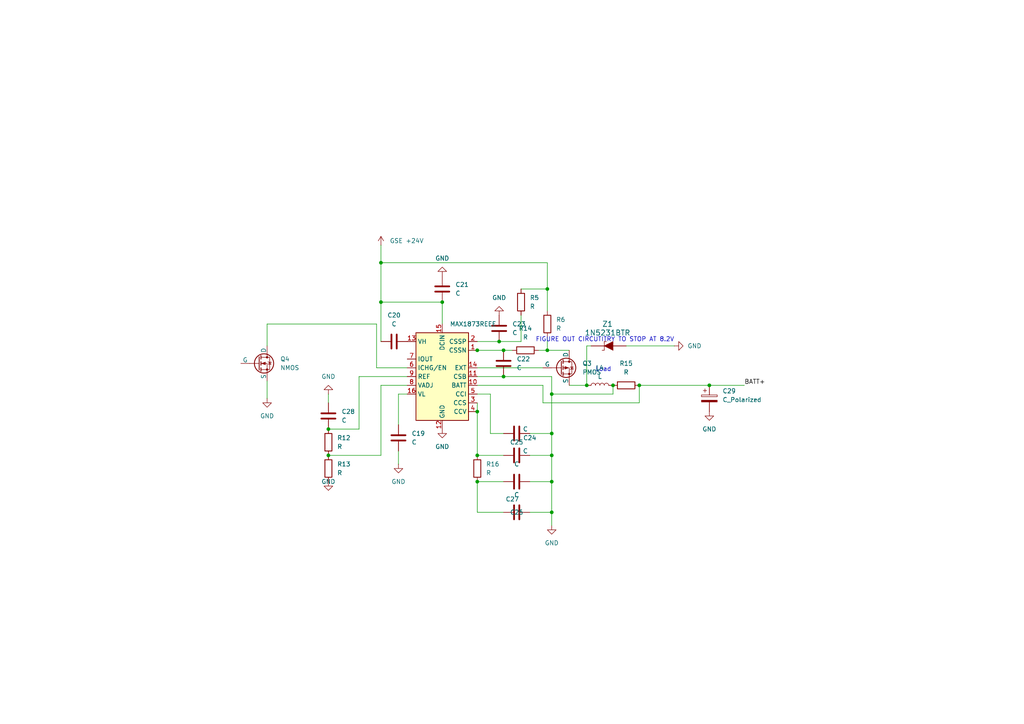
<source format=kicad_sch>
(kicad_sch (version 20231120) (generator "eeschema") (generator_version "8.0")
  (paper "A4")
  (title_block (title "QRET 23-25 SRAD Power Module") (date "2025-03-03") (rev "V2.0") (company "Queen's Rocket Engineering Team") (comment 1 "Contributors: Rajan Laird, Kennan Bays, Oak Campbell") (comment 4 "GRID = 0.635mm"))
  (lib_symbols
    (symbol "Battery_Management:MAX1873REEE"
      (property "Reference" "U" (at -6.096 13.97 0))
      (property "Value" "MAX1873REEE" (at 2.286 13.97 0))
      (symbol "MAX1873REEE_0_1"
        (rectangle (start -7.62 12.7) (end 7.62 -12.7) (stroke (width 0.254)) (fill (type background)))
      )
      (symbol "MAX1873REEE_1_1"
        (pin input line (at 10.16 7.62 180) (length 2.54) (name "CSSN") (number "1"))
        (pin input line (at 10.16 -2.54 180) (length 2.54) (name "BATT") (number "10"))
        (pin input line (at 10.16 0 180) (length 2.54) (name "CSB") (number "11"))
        (pin power_in line (at 0 -15.24 90) (length 2.54) (name "GND") (number "12"))
        (pin input line (at -10.16 10.16 0) (length 2.54) (name "VH") (number "13"))
        (pin output line (at 10.16 2.54 180) (length 2.54) (name "EXT") (number "14"))
        (pin power_in line (at 0 15.24 270) (length 2.54) (name "DCIN") (number "15"))
        (pin input line (at -10.16 -5.08 0) (length 2.54) (name "VL") (number "16"))
        (pin input line (at 10.16 10.16 180) (length 2.54) (name "CSSP") (number "2"))
        (pin input line (at 10.16 -7.62 180) (length 2.54) (name "CCS") (number "3"))
        (pin input line (at 10.16 -10.16 180) (length 2.54) (name "CCV") (number "4"))
        (pin input line (at 10.16 -5.08 180) (length 2.54) (name "CCI") (number "5"))
        (pin input line (at -10.16 2.54 0) (length 2.54) (name "ICHG/EN") (number "6"))
        (pin output line (at -10.16 5.08 0) (length 2.54) (name "IOUT") (number "7"))
        (pin input line (at -10.16 -2.54 0) (length 2.54) (name "VADJ") (number "8"))
        (pin output line (at -10.16 0 0) (length 2.54) (name "REF") (number "9"))
      )
    )
    (symbol "Device:C" (pin_numbers hide) (pin_names (offset 0.254))
      (property "Reference" "C" (at 0.635 2.54 0))
      (property "Value" "C" (at 0.635 -2.54 0))
      (symbol "C_0_1"
        (polyline (pts (xy -2.032 -0.762) (xy 2.032 -0.762)) (stroke (width 0.508)))
        (polyline (pts (xy -2.032 0.762) (xy 2.032 0.762)) (stroke (width 0.508)))
      )
      (symbol "C_1_1"
        (pin passive line (at 0 3.81 270) (length 2.794) (name "~") (number "1"))
        (pin passive line (at 0 -3.81 90) (length 2.794) (name "~") (number "2"))
      )
    )
    (symbol "Device:C_Polarized" (pin_numbers hide) (pin_names (offset 0.254))
      (property "Reference" "C" (at 0.635 2.54 0))
      (property "Value" "C_Polarized" (at 0.635 -2.54 0))
      (symbol "C_Polarized_0_1"
        (rectangle (start -2.286 0.508) (end 2.286 1.016))
        (polyline (pts (xy -1.778 2.286) (xy -0.762 2.286)))
        (polyline (pts (xy -1.27 2.794) (xy -1.27 1.778)))
        (rectangle (start 2.286 -0.508) (end -2.286 -1.016) (fill (type outline)))
      )
      (symbol "C_Polarized_1_1"
        (pin passive line (at 0 3.81 270) (length 2.794) (name "~") (number "1"))
        (pin passive line (at 0 -3.81 90) (length 2.794) (name "~") (number "2"))
      )
    )
    (symbol "Device:L" (pin_numbers hide) (pin_names (offset 1.016) hide)
      (property "Reference" "L" (at -1.27 0 90))
      (property "Value" "L" (at 1.905 0 90))
      (symbol "L_0_1"
        (arc (start 0 -2.54) (mid 0.6323 -1.905) (end 0 -1.27))
        (arc (start 0 -1.27) (mid 0.6323 -0.635) (end 0 0))
        (arc (start 0 0) (mid 0.6323 0.635) (end 0 1.27))
        (arc (start 0 1.27) (mid 0.6323 1.905) (end 0 2.54))
      )
      (symbol "L_1_1"
        (pin passive line (at 0 3.81 270) (length 1.27) (name "1") (number "1"))
        (pin passive line (at 0 -3.81 90) (length 1.27) (name "2") (number "2"))
      )
    )
    (symbol "Device:R" (pin_numbers hide) (pin_names (offset 0))
      (property "Reference" "R" (at 2.032 0 90))
      (property "Value" "R" (at 0 0 90))
      (symbol "R_0_1"
        (rectangle (start -1.016 -2.54) (end 1.016 2.54) (stroke (width 0.254)))
      )
      (symbol "R_1_1"
        (pin passive line (at 0 3.81 270) (length 1.27) (name "~") (number "1"))
        (pin passive line (at 0 -3.81 90) (length 1.27) (name "~") (number "2"))
      )
    )
    (symbol "GND_1" (power) (pin_numbers hide) (pin_names (offset 0) hide)
      (property "Value" "GND" (at 0 -3.81 0))
      (symbol "GND_1_0_1"
        (polyline (pts (xy 0 0) (xy 0 -1.27) (xy 1.27 -1.27) (xy 0 -2.54) (xy -1.27 -1.27) (xy 0 -1.27)))
      )
      (symbol "GND_1_1_1"
        (pin power_in line (at 0 0 270) (length 0) (name "~") (number "1"))
      )
    )
    (symbol "GND_2" (power) (pin_numbers hide) (pin_names (offset 0) hide)
      (property "Value" "GND" (at 0 -3.81 0))
      (symbol "GND_2_0_1"
        (polyline (pts (xy 0 0) (xy 0 -1.27) (xy 1.27 -1.27) (xy 0 -2.54) (xy -1.27 -1.27) (xy 0 -1.27)))
      )
      (symbol "GND_2_1_1"
        (pin power_in line (at 0 0 270) (length 0) (name "~") (number "1"))
      )
    )
    (symbol "Simulation_SPICE:NMOS" (pin_numbers hide) (pin_names (offset 0))
      (property "Reference" "Q" (at 5.08 1.27 0))
      (property "Value" "NMOS" (at 5.08 -1.27 0))
      (symbol "NMOS_0_1"
        (polyline (pts (xy 0.254 0) (xy -2.54 0)))
        (polyline (pts (xy 0.254 1.905) (xy 0.254 -1.905)) (stroke (width 0.254)))
        (polyline (pts (xy 0.762 -1.27) (xy 0.762 -2.286)) (stroke (width 0.254)))
        (polyline (pts (xy 0.762 0.508) (xy 0.762 -0.508)) (stroke (width 0.254)))
        (polyline (pts (xy 0.762 2.286) (xy 0.762 1.27)) (stroke (width 0.254)))
        (polyline (pts (xy 2.54 2.54) (xy 2.54 1.778)))
        (polyline (pts (xy 2.54 -2.54) (xy 2.54 0) (xy 0.762 0)))
        (polyline (pts (xy 0.762 -1.778) (xy 3.302 -1.778) (xy 3.302 1.778) (xy 0.762 1.778)))
        (polyline (pts (xy 1.016 0) (xy 2.032 0.381) (xy 2.032 -0.381) (xy 1.016 0)) (fill (type outline)))
        (polyline (pts (xy 2.794 0.508) (xy 2.921 0.381) (xy 3.683 0.381) (xy 3.81 0.254)))
        (polyline (pts (xy 3.302 0.381) (xy 2.921 -0.254) (xy 3.683 -0.254) (xy 3.302 0.381)))
        (circle (center 1.651 0) (radius 2.794) (stroke (width 0.254)))
        (circle (center 2.54 -1.778) (radius 0.254) (fill (type outline)))
        (circle (center 2.54 1.778) (radius 0.254) (fill (type outline)))
      )
      (symbol "NMOS_1_1"
        (pin passive line (at 2.54 5.08 270) (length 2.54) (name "D") (number "1"))
        (pin input line (at -5.08 0 0) (length 2.54) (name "G") (number "2"))
        (pin passive line (at 2.54 -5.08 90) (length 2.54) (name "S") (number "3"))
      )
    )
    (symbol "Simulation_SPICE:PMOS" (pin_numbers hide) (pin_names (offset 0))
      (property "Reference" "Q" (at 5.08 1.27 0))
      (property "Value" "PMOS" (at 5.08 -1.27 0))
      (symbol "PMOS_0_1"
        (polyline (pts (xy 0.254 0) (xy -2.54 0)))
        (polyline (pts (xy 0.254 1.905) (xy 0.254 -1.905)) (stroke (width 0.254)))
        (polyline (pts (xy 0.762 -1.27) (xy 0.762 -2.286)) (stroke (width 0.254)))
        (polyline (pts (xy 0.762 0.508) (xy 0.762 -0.508)) (stroke (width 0.254)))
        (polyline (pts (xy 0.762 2.286) (xy 0.762 1.27)) (stroke (width 0.254)))
        (polyline (pts (xy 2.54 2.54) (xy 2.54 1.778)))
        (polyline (pts (xy 2.54 -2.54) (xy 2.54 0) (xy 0.762 0)))
        (polyline (pts (xy 0.762 1.778) (xy 3.302 1.778) (xy 3.302 -1.778) (xy 0.762 -1.778)))
        (polyline (pts (xy 2.286 0) (xy 1.27 0.381) (xy 1.27 -0.381) (xy 2.286 0)) (fill (type outline)))
        (polyline (pts (xy 2.794 -0.508) (xy 2.921 -0.381) (xy 3.683 -0.381) (xy 3.81 -0.254)))
        (polyline (pts (xy 3.302 -0.381) (xy 2.921 0.254) (xy 3.683 0.254) (xy 3.302 -0.381)))
        (circle (center 1.651 0) (radius 2.794) (stroke (width 0.254)))
        (circle (center 2.54 -1.778) (radius 0.254) (fill (type outline)))
        (circle (center 2.54 1.778) (radius 0.254) (fill (type outline)))
      )
      (symbol "PMOS_1_1"
        (pin passive line (at 2.54 5.08 270) (length 2.54) (name "D") (number "1"))
        (pin input line (at -5.08 0 0) (length 2.54) (name "G") (number "2"))
        (pin passive line (at 2.54 -5.08 90) (length 2.54) (name "S") (number "3"))
      )
    )
    (symbol "dk_Diodes-Zener-Single:1N5231BTR" (pin_numbers hide) (pin_names (offset 0) hide)
      (property "Reference" "Z" (at 0 2.54 0))
      (property "Value" "1N5231BTR" (at 0 -2.54 0))
      (symbol "1N5231BTR_0_1"
        (polyline (pts (xy 1.27 -1.27) (xy 0.635 -1.27)))
        (polyline (pts (xy 1.27 1.27) (xy 1.27 -1.27)))
        (polyline (pts (xy 1.27 1.27) (xy 1.905 1.27)))
        (polyline (pts (xy -1.27 1.27) (xy -1.27 -1.27) (xy 1.27 0) (xy -1.27 1.27)) (fill (type outline)))
      )
      (symbol "1N5231BTR_1_1"
        (pin passive line (at -5.08 0 0) (length 3.81) (name "~") (number "A"))
        (pin passive line (at 5.08 0 180) (length 3.81) (name "~") (number "K"))
      )
    )
    (symbol "power:+28V" (power) (pin_numbers hide) (pin_names (offset 0) hide)
      (property "Value" "+28V" (at 0 3.556 0))
      (symbol "+28V_0_1"
        (polyline (pts (xy -0.762 1.27) (xy 0 2.54)))
        (polyline (pts (xy 0 0) (xy 0 2.54)))
        (polyline (pts (xy 0 2.54) (xy 0.762 1.27)))
      )
      (symbol "+28V_1_1"
        (pin power_in line (at 0 0 90) (length 0) (name "~") (number "1"))
      )
    )
  )
  (junction (at 146.05 101.6))
  (junction (at 158.75 101.6))
  (junction (at 160.02 139.7))
  (junction (at 160.02 148.59))
  (junction (at 144.78 99.06))
  (junction (at 205.74 111.76))
  (junction (at 185.42 111.76))
  (junction (at 160.02 114.3))
  (junction (at 110.49 76.2))
  (junction (at 110.49 87.63))
  (junction (at 95.25 124.46))
  (junction (at 138.43 119.38))
  (junction (at 138.43 139.7))
  (junction (at 138.43 101.6))
  (junction (at 177.8 111.76))
  (junction (at 160.02 132.08))
  (junction (at 138.43 132.08))
  (junction (at 146.05 109.22))
  (junction (at 158.75 83.82))
  (junction (at 160.02 125.73))
  (junction (at 95.25 132.08))
  (junction (at 128.27 87.63))
  (junction (at 170.18 111.76))
  (wire (pts (xy 110.49 76.2) (xy 158.75 76.2)))
  (wire (pts (xy 160.02 139.7) (xy 160.02 132.08)))
  (wire (pts (xy 205.74 111.76) (xy 215.9 111.76)))
  (wire (pts (xy 146.05 109.22) (xy 160.02 109.22)))
  (wire (pts (xy 95.25 116.84) (xy 95.25 114.3)))
  (wire (pts (xy 146.05 125.73) (xy 142.24 125.73)))
  (wire (pts (xy 77.47 93.98) (xy 109.22 93.98)))
  (wire (pts (xy 118.11 111.76) (xy 110.49 111.76)))
  (wire (pts (xy 115.57 130.81) (xy 115.57 134.62)))
  (wire (pts (xy 138.43 106.68) (xy 157.48 106.68)))
  (wire (pts (xy 165.1 111.76) (xy 170.18 111.76)))
  (wire (pts (xy 158.75 97.79) (xy 158.75 101.6)))
  (wire (pts (xy 185.42 116.84) (xy 185.42 111.76)))
  (wire (pts (xy 185.42 111.76) (xy 205.74 111.76)))
  (wire (pts (xy 104.14 124.46) (xy 104.14 109.22)))
  (wire (pts (xy 138.43 101.6) (xy 146.05 101.6)))
  (wire (pts (xy 156.21 101.6) (xy 158.75 101.6)))
  (wire (pts (xy 77.47 110.49) (xy 77.47 115.57)))
  (wire (pts (xy 77.47 93.98) (xy 77.47 100.33)))
  (wire (pts (xy 195.58 100.33) (xy 181.61 100.33)))
  (wire (pts (xy 158.75 101.6) (xy 165.1 101.6)))
  (wire (pts (xy 146.05 101.6) (xy 148.59 101.6)))
  (wire (pts (xy 138.43 99.06) (xy 144.78 99.06)))
  (wire (pts (xy 138.43 119.38) (xy 138.43 132.08)))
  (wire (pts (xy 146.05 139.7) (xy 138.43 139.7)))
  (wire (pts (xy 170.18 100.33) (xy 170.18 111.76)))
  (wire (pts (xy 110.49 76.2) (xy 110.49 87.63)))
  (wire (pts (xy 110.49 87.63) (xy 110.49 99.06)))
  (wire (pts (xy 160.02 109.22) (xy 160.02 114.3)))
  (wire (pts (xy 153.67 139.7) (xy 160.02 139.7)))
  (wire (pts (xy 157.48 111.76) (xy 157.48 116.84)))
  (wire (pts (xy 160.02 148.59) (xy 160.02 152.4)))
  (wire (pts (xy 160.02 148.59) (xy 160.02 139.7)))
  (wire (pts (xy 151.13 99.06) (xy 144.78 99.06)))
  (wire (pts (xy 142.24 114.3) (xy 138.43 114.3)))
  (wire (pts (xy 110.49 71.12) (xy 110.49 76.2)))
  (wire (pts (xy 109.22 106.68) (xy 109.22 93.98)))
  (wire (pts (xy 138.43 109.22) (xy 146.05 109.22)))
  (wire (pts (xy 160.02 125.73) (xy 153.67 125.73)))
  (wire (pts (xy 153.67 148.59) (xy 160.02 148.59)))
  (wire (pts (xy 128.27 87.63) (xy 128.27 93.98)))
  (wire (pts (xy 157.48 116.84) (xy 185.42 116.84)))
  (wire (pts (xy 138.43 116.84) (xy 138.43 119.38)))
  (wire (pts (xy 160.02 114.3) (xy 160.02 125.73)))
  (wire (pts (xy 138.43 148.59) (xy 146.05 148.59)))
  (wire (pts (xy 158.75 83.82) (xy 158.75 90.17)))
  (wire (pts (xy 142.24 125.73) (xy 142.24 114.3)))
  (wire (pts (xy 138.43 111.76) (xy 157.48 111.76)))
  (wire (pts (xy 95.25 124.46) (xy 104.14 124.46)))
  (wire (pts (xy 115.57 123.19) (xy 115.57 114.3)))
  (wire (pts (xy 118.11 106.68) (xy 109.22 106.68)))
  (wire (pts (xy 138.43 132.08) (xy 146.05 132.08)))
  (wire (pts (xy 138.43 139.7) (xy 138.43 148.59)))
  (wire (pts (xy 160.02 114.3) (xy 177.8 114.3)))
  (wire (pts (xy 171.45 100.33) (xy 170.18 100.33)))
  (wire (pts (xy 158.75 76.2) (xy 158.75 83.82)))
  (wire (pts (xy 110.49 111.76) (xy 110.49 132.08)))
  (wire (pts (xy 153.67 132.08) (xy 160.02 132.08)))
  (wire (pts (xy 135.89 101.6) (xy 138.43 101.6)))
  (wire (pts (xy 115.57 114.3) (xy 118.11 114.3)))
  (wire (pts (xy 95.25 132.08) (xy 110.49 132.08)))
  (wire (pts (xy 104.14 109.22) (xy 118.11 109.22)))
  (wire (pts (xy 160.02 125.73) (xy 160.02 132.08)))
  (wire (pts (xy 110.49 87.63) (xy 128.27 87.63)))
  (wire (pts (xy 177.8 114.3) (xy 177.8 111.76)))
  (wire (pts (xy 151.13 83.82) (xy 158.75 83.82)))
  (wire (pts (xy 151.13 91.44) (xy 151.13 99.06)))
  (text "Load\n" (at 175.006 107.188 0) (effects (font (size 1.27 1.27))))
  (text "FIGURE OUT CIRCUTITRY TO STOP AT 8.2V\n" (at 195.58 98.552 0) (effects (font (size 1.27 1.27)) (justify right)))
  (label "BATT+" (at 215.9 111.76 0))
  (symbol (lib_id "Simulation_SPICE:NMOS") (at 74.93 105.41 0) (unit 1)
    (property "Reference" "Q4" (at 81.28 104.1399 0) (effects (justify left)))
    (property "Value" "NMOS" (at 81.28 106.6799 0) (effects (justify left)))
    (property "Datasheet" "https://ngspice.sourceforge.io/docs/ngspice-html-manual/manual.xhtml#cha_MOSFETs" (effects (hide yes)))
    (property "Description" "N-MOSFET transistor, drain/source/gate" (effects (hide yes)))
    (property "Sim.Device" "NMOS" (effects (hide yes)))
    (property "Sim.Type" "VDMOS" (effects (hide yes)))
    (property "Sim.Pins" "1=D 2=G 3=S" (effects (hide yes)))
  )
  (symbol (lib_name "GND_1") (lib_id "power:GND") (at 144.78 91.44 180) (unit 1)
    (property "Reference" "#PWR015" (effects (hide yes)))
    (property "Value" "GND" (at 144.78 86.36 0))
    (property "Description" "Power symbol creates a global label with name \"GND\" , ground" (effects (hide yes)))
  )
  (symbol (lib_name "GND_1") (lib_id "power:GND") (at 128.27 80.01 180) (unit 1)
    (property "Reference" "#PWR014" (effects (hide yes)))
    (property "Value" "GND" (at 128.27 74.93 0))
    (property "Description" "Power symbol creates a global label with name \"GND\" , ground" (effects (hide yes)))
  )
  (symbol (lib_id "Device:C") (at 95.25 120.65 0) (unit 1)
    (property "Reference" "C28" (at 99.06 119.3799 0) (effects (justify left)))
    (property "Value" "C" (at 99.06 121.9199 0) (effects (justify left)))
    (property "Description" "Unpolarized capacitor" (effects (hide yes)))
  )
  (symbol (lib_id "Device:C") (at 149.86 132.08 90) (unit 1)
    (property "Reference" "C25" (at 149.86 128.27 90))
    (property "Value" "C" (at 152.4 130.81 90))
    (property "Description" "Unpolarized capacitor" (effects (hide yes)))
  )
  (symbol (lib_id "dk_Diodes-Zener-Single:1N5231BTR") (at 176.53 100.33 180) (unit 1)
    (property "Reference" "Z1" (at 176.2125 93.98 0) (effects (font (size 1.524 1.524))))
    (property "Value" "1N5231BTR" (at 176.2125 96.52 0) (effects (font (size 1.524 1.524))))
    (property "Footprint" "digikey-footprints:DO-35" (effects (hide yes)))
    (property "Datasheet" "https://www.onsemi.com/pub/Collateral/1N5221B-D.PDF" (effects (hide yes)))
    (property "Description" "DIODE ZENER 5.1V 500MW DO35" (effects (hide yes)))
    (property "Digi-Key_PN" "1N5231BFSCT-ND" (effects (hide yes)))
    (property "MPN" "1N5231BTR" (effects (hide yes)))
    (property "Category" "Discrete Semiconductor Products" (effects (hide yes)))
    (property "Family" "Diodes - Zener - Single" (effects (hide yes)))
    (property "DK_Datasheet_Link" "https://www.onsemi.com/pub/Collateral/1N5221B-D.PDF" (effects (hide yes)))
    (property "DK_Detail_Page" "/product-detail/en/on-semiconductor/1N5231BTR/1N5231BFSCT-ND/1532765" (effects (hide yes)))
    (property "Description_1" "DIODE ZENER 5.1V 500MW DO35" (effects (hide yes)))
    (property "Manufacturer" "ON Semiconductor" (effects (hide yes)))
    (property "Status" "Active" (effects (hide yes)))
  )
  (symbol (lib_id "Device:R") (at 181.61 111.76 90) (unit 1)
    (property "Reference" "R15" (at 181.61 105.41 90))
    (property "Value" "R" (at 181.61 107.95 90))
    (property "Description" "Resistor" (effects (hide yes)))
  )
  (symbol (lib_id "Battery_Management:MAX1873REEE") (at 128.27 109.22 0) (unit 1)
    (property "Reference" "U4" (effects (hide yes)))
    (property "Value" "MAX1873REEE" (at 130.4641 93.98 0) (effects (justify left)))
    (property "Footprint" "Package_SO:QSOP-16_3.9x4.9mm_P0.635mm" (effects (hide yes)))
    (property "Datasheet" "https://datasheets.maximintegrated.com/en/ds/MAX1873.pdf" (effects (hide yes)))
    (property "Description" "Charger for 2 lithium-ion (Li+), 5/6 NickelCadium (NiCD) cells or 5/6 NickelMetalHydride (NiMH), 9 to 28V VDD, -40 to +85 degree Celsius, QSOP-16" (effects (hide yes)))
  )
  (symbol (lib_name "GND_1") (lib_id "power:GND") (at 95.25 139.7 0) (unit 1)
    (property "Reference" "#PWR025" (effects (hide yes)))
    (property "Value" "GND" (at 95.25 139.7 0))
    (property "Description" "Power symbol creates a global label with name \"GND\" , ground" (effects (hide yes)))
  )
  (symbol (lib_name "GND_1") (lib_id "power:GND") (at 115.57 134.62 0) (unit 1)
    (property "Reference" "#PWR013" (effects (hide yes)))
    (property "Value" "GND" (at 115.57 139.7 0))
    (property "Description" "Power symbol creates a global label with name \"GND\" , ground" (effects (hide yes)))
  )
  (symbol (lib_name "GND_1") (lib_id "power:GND") (at 160.02 152.4 0) (unit 1)
    (property "Reference" "#PWR028" (effects (hide yes)))
    (property "Value" "GND" (at 160.02 157.48 0))
    (property "Description" "Power symbol creates a global label with name \"GND\" , ground" (effects (hide yes)))
  )
  (symbol (lib_name "GND_2") (lib_id "power:GND") (at 195.58 100.33 90) (unit 1)
    (property "Reference" "#PWR022" (effects (hide yes)))
    (property "Value" "GND" (at 199.39 100.3299 90) (effects (justify right)))
    (property "Description" "Power symbol creates a global label with name \"GND\" , ground" (effects (hide yes)))
  )
  (symbol (lib_id "Device:L") (at 173.99 111.76 90) (unit 1)
    (property "Reference" "L4" (at 173.99 106.68 90))
    (property "Value" "L" (at 173.99 109.22 90))
    (property "Description" "Inductor" (effects (hide yes)))
  )
  (symbol (lib_id "Device:C") (at 149.86 148.59 90) (unit 1)
    (property "Reference" "C27" (at 148.59 144.78 90))
    (property "Value" "C" (at 149.86 143.51 90))
    (property "Description" "Unpolarized capacitor" (effects (hide yes)))
  )
  (symbol (lib_id "Device:R") (at 95.25 135.89 180) (unit 1)
    (property "Reference" "R13" (at 97.79 134.6199 0) (effects (justify right)))
    (property "Value" "R" (at 97.79 137.1599 0) (effects (justify right)))
    (property "Description" "Resistor" (effects (hide yes)))
  )
  (symbol (lib_id "Device:R") (at 151.13 87.63 180) (unit 1)
    (property "Reference" "R5" (at 153.67 86.3599 0) (effects (justify right)))
    (property "Value" "R" (at 153.67 88.8999 0) (effects (justify right)))
    (property "Description" "Resistor" (effects (hide yes)))
  )
  (symbol (lib_id "Device:C") (at 149.86 125.73 90) (unit 1)
    (property "Reference" "C24" (at 153.67 127 90))
    (property "Value" "C" (at 152.4 124.46 90))
    (property "Description" "Unpolarized capacitor" (effects (hide yes)))
  )
  (symbol (lib_id "Device:R") (at 158.75 93.98 0) (unit 1)
    (property "Reference" "R6" (at 161.29 92.7099 0) (effects (justify left)))
    (property "Value" "R" (at 161.29 95.2499 0) (effects (justify left)))
    (property "Description" "Resistor" (effects (hide yes)))
  )
  (symbol (lib_id "Device:C") (at 128.27 83.82 0) (unit 1)
    (property "Reference" "C21" (at 132.08 82.5499 0) (effects (justify left)))
    (property "Value" "C" (at 132.08 85.0899 0) (effects (justify left)))
    (property "Description" "Unpolarized capacitor" (effects (hide yes)))
  )
  (symbol (lib_name "GND_1") (lib_id "power:GND") (at 95.25 114.3 180) (unit 1)
    (property "Reference" "#PWR026" (effects (hide yes)))
    (property "Value" "GND" (at 95.25 109.22 0))
    (property "Description" "Power symbol creates a global label with name \"GND\" , ground" (effects (hide yes)))
  )
  (symbol (lib_name "GND_2") (lib_id "power:GND") (at 205.74 119.38 0) (unit 1)
    (property "Reference" "#PWR023" (effects (hide yes)))
    (property "Value" "GND" (at 205.74 124.46 0))
    (property "Description" "Power symbol creates a global label with name \"GND\" , ground" (effects (hide yes)))
  )
  (symbol (lib_id "Device:R") (at 95.25 128.27 180) (unit 1)
    (property "Reference" "R12" (at 97.79 126.9999 0) (effects (justify right)))
    (property "Value" "R" (at 97.79 129.5399 0) (effects (justify right)))
    (property "Description" "Resistor" (effects (hide yes)))
  )
  (symbol (lib_id "Device:C") (at 114.3 99.06 90) (unit 1)
    (property "Reference" "C20" (at 114.3 91.44 90))
    (property "Value" "C" (at 114.3 93.98 90))
    (property "Description" "Unpolarized capacitor" (effects (hide yes)))
  )
  (symbol (lib_id "Device:C") (at 146.05 105.41 0) (unit 1)
    (property "Reference" "C22" (at 149.86 104.1399 0) (effects (justify left)))
    (property "Value" "C" (at 149.86 106.6799 0) (effects (justify left)))
    (property "Description" "Unpolarized capacitor" (effects (hide yes)))
  )
  (symbol (lib_id "Device:C") (at 115.57 127 0) (unit 1)
    (property "Reference" "C19" (at 119.38 125.7299 0) (effects (justify left)))
    (property "Value" "C" (at 119.38 128.2699 0) (effects (justify left)))
    (property "Description" "Unpolarized capacitor" (effects (hide yes)))
  )
  (symbol (lib_id "Device:R") (at 138.43 135.89 0) (unit 1)
    (property "Reference" "R16" (at 140.97 134.6199 0) (effects (justify left)))
    (property "Value" "R" (at 140.97 137.1599 0) (effects (justify left)))
    (property "Description" "Resistor" (effects (hide yes)))
  )
  (symbol (lib_name "GND_1") (lib_id "power:GND") (at 128.27 124.46 0) (unit 1)
    (property "Reference" "#PWR012" (effects (hide yes)))
    (property "Value" "GND" (at 128.27 129.54 0))
    (property "Description" "Power symbol creates a global label with name \"GND\" , ground" (effects (hide yes)))
  )
  (symbol (lib_id "power:+28V") (at 110.49 71.12 0) (unit 1)
    (property "Reference" "#PWR016" (effects (hide yes)))
    (property "Value" "GSE +24V" (at 113.03 69.8499 0) (effects (justify left)))
    (property "Description" "Power symbol creates a global label with name \"+28V\"" (effects (hide yes)))
  )
  (symbol (lib_id "Device:C") (at 144.78 95.25 0) (unit 1)
    (property "Reference" "C23" (at 148.59 93.9799 0) (effects (justify left)))
    (property "Value" "C" (at 148.59 96.5199 0) (effects (justify left)))
    (property "Description" "Unpolarized capacitor" (effects (hide yes)))
  )
  (symbol (lib_id "Device:C_Polarized") (at 205.74 115.57 0) (unit 1)
    (property "Reference" "C29" (at 209.55 113.4109 0) (effects (justify left)))
    (property "Value" "C_Polarized" (at 209.55 115.9509 0) (effects (justify left)))
    (property "Description" "Polarized capacitor" (effects (hide yes)))
  )
  (symbol (lib_id "Device:R") (at 152.4 101.6 90) (unit 1)
    (property "Reference" "R14" (at 152.4 95.25 90))
    (property "Value" "R" (at 152.4 97.79 90))
    (property "Description" "Resistor" (effects (hide yes)))
  )
  (symbol (lib_id "Simulation_SPICE:PMOS") (at 162.56 106.68 0) (unit 1)
    (property "Reference" "Q3" (at 168.91 105.4099 0) (effects (justify left)))
    (property "Value" "PMOS" (at 168.91 107.9499 0) (effects (justify left)))
    (property "Datasheet" "https://ngspice.sourceforge.io/docs/ngspice-html-manual/manual.xhtml#cha_MOSFETs" (effects (hide yes)))
    (property "Description" "P-MOSFET transistor, drain/source/gate" (effects (hide yes)))
    (property "Sim.Device" "PMOS" (effects (hide yes)))
    (property "Sim.Type" "VDMOS" (effects (hide yes)))
    (property "Sim.Pins" "1=D 2=G 3=S" (effects (hide yes)))
  )
  (symbol (lib_id "Device:C") (at 149.86 139.7 90) (unit 1)
    (property "Reference" "C26" (at 149.86 148.59 90))
    (property "Value" "C" (at 149.86 134.62 90))
    (property "Description" "Unpolarized capacitor" (effects (hide yes)))
  )
  (symbol (lib_name "GND_1") (lib_id "power:GND") (at 77.47 115.57 0) (unit 1)
    (property "Reference" "#PWR027" (effects (hide yes)))
    (property "Value" "GND" (at 77.47 120.65 0))
    (property "Description" "Power symbol creates a global label with name \"GND\" , ground" (effects (hide yes)))
  )
)
</source>
